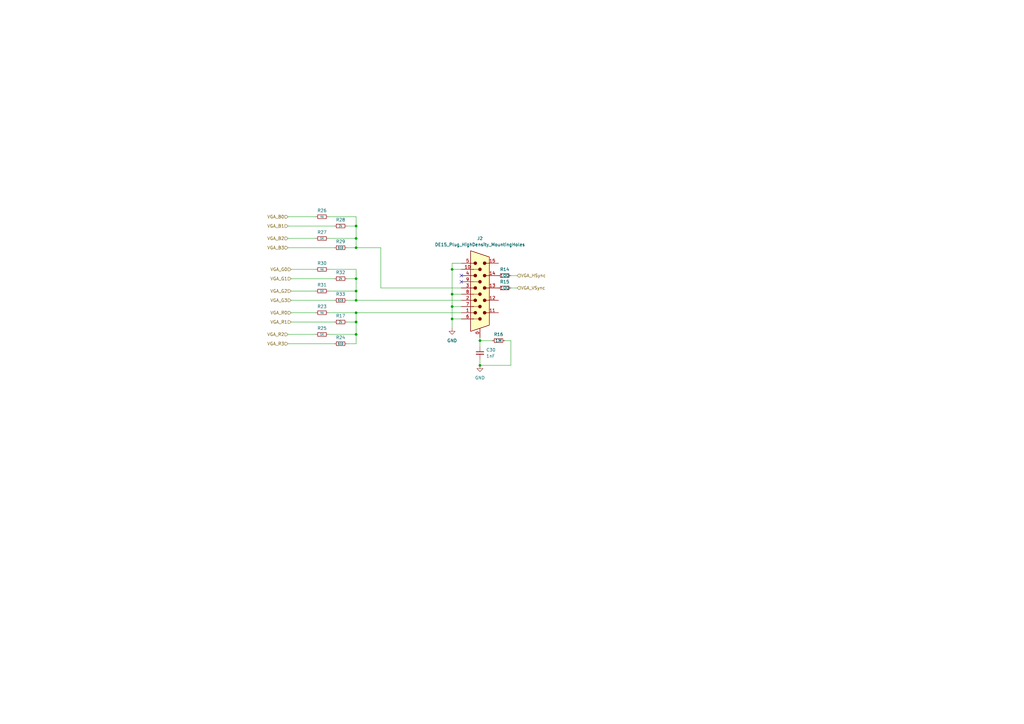
<source format=kicad_sch>
(kicad_sch (version 20230121) (generator eeschema)
  (paper "A3")
  (lib_symbols
    (symbol "Connector:DE15_Plug_HighDensity_MountingHoles" (pin_names (offset 1.016) hide)
      (property "Reference" "J" (at 0 21.59 0))
      (property "Value" "DE15_Plug_HighDensity_MountingHoles" (at 0 19.05 0))
      (symbol "DE15_Plug_HighDensity_MountingHoles_0_1"
        (circle (center -1.905 -7.62) (radius 0.635) (fill (type outline)))
        (circle (center -1.905 -2.54) (radius 0.635) (fill (type outline)))
        (circle (center -1.905 2.54) (radius 0.635) (fill (type outline)))
        (circle (center -1.905 7.62) (radius 0.635) (fill (type outline)))
        (circle (center -1.905 12.7) (radius 0.635) (fill (type outline)))
        (circle (center 0 -10.16) (radius 0.635) (fill (type outline)))
        (circle (center 0 -5.08) (radius 0.635) (fill (type outline)))
        (polyline (pts (xy -3.175 -5.08) (xy -0.635 -5.08)))
        (polyline (pts (xy -0.635 -10.16) (xy -3.175 -10.16)))
        (polyline (pts (xy -0.635 0) (xy -3.175 0)))
        (polyline (pts (xy -0.635 5.08) (xy -3.175 5.08)))
        (polyline (pts (xy -0.635 10.16) (xy -3.175 10.16)))
        (polyline (pts (xy -3.81 17.78) (xy -3.81 -15.24) (xy 3.81 -12.7) (xy 3.81 15.24) (xy -3.81 17.78)) (stroke (width 0.254)) (fill (type background)))
        (circle (center 0 0) (radius 0.635) (fill (type outline)))
        (circle (center 0 5.08) (radius 0.635) (fill (type outline)))
        (circle (center 0 10.16) (radius 0.635) (fill (type outline)))
        (circle (center 1.905 -7.62) (radius 0.635) (fill (type outline)))
        (circle (center 1.905 -2.54) (radius 0.635) (fill (type outline)))
        (circle (center 1.905 2.54) (radius 0.635) (fill (type outline)))
        (circle (center 1.905 7.62) (radius 0.635) (fill (type outline)))
        (circle (center 1.905 12.7) (radius 0.635) (fill (type outline)))
      )
      (symbol "DE15_Plug_HighDensity_MountingHoles_1_1"
        (pin passive line (at 0 -17.78 90) (length 3.81) (name "~") (number "0"))
        (pin passive line (at -7.62 -7.62 0) (length 5.08) (name "~") (number "1"))
        (pin passive line (at -7.62 10.16 0) (length 5.08) (name "~") (number "10"))
        (pin passive line (at 7.62 -7.62 180) (length 5.08) (name "~") (number "11"))
        (pin passive line (at 7.62 -2.54 180) (length 5.08) (name "~") (number "12"))
        (pin passive line (at 7.62 2.54 180) (length 5.08) (name "~") (number "13"))
        (pin passive line (at 7.62 7.62 180) (length 5.08) (name "~") (number "14"))
        (pin passive line (at 7.62 12.7 180) (length 5.08) (name "~") (number "15"))
        (pin passive line (at -7.62 -2.54 0) (length 5.08) (name "~") (number "2"))
        (pin passive line (at -7.62 2.54 0) (length 5.08) (name "~") (number "3"))
        (pin passive line (at -7.62 7.62 0) (length 5.08) (name "~") (number "4"))
        (pin passive line (at -7.62 12.7 0) (length 5.08) (name "~") (number "5"))
        (pin passive line (at -7.62 -10.16 0) (length 5.08) (name "~") (number "6"))
        (pin passive line (at -7.62 -5.08 0) (length 5.08) (name "~") (number "7"))
        (pin passive line (at -7.62 0 0) (length 5.08) (name "~") (number "8"))
        (pin passive line (at -7.62 5.08 0) (length 5.08) (name "~") (number "9"))
      )
    )
    (symbol "Device:C_Small" (pin_numbers hide) (pin_names (offset 0.254) hide)
      (property "Reference" "C" (at 0.254 1.778 0))
      (property "Value" "C_Small" (at 0.254 -2.032 0))
      (symbol "C_Small_0_1"
        (polyline (pts (xy -1.524 -0.508) (xy 1.524 -0.508)) (stroke (width 0.3302)))
        (polyline (pts (xy -1.524 0.508) (xy 1.524 0.508)) (stroke (width 0.3048)))
      )
      (symbol "C_Small_1_1"
        (pin passive line (at 0 2.54 270) (length 2.032) (name "~") (number "1"))
        (pin passive line (at 0 -2.54 90) (length 2.032) (name "~") (number "2"))
      )
    )
    (symbol "Device:R_Small" (pin_numbers hide) (pin_names (offset 0.254) hide)
      (property "Reference" "R" (at 0.762 0.508 0))
      (property "Value" "R_Small" (at 0.762 -1.016 0))
      (symbol "R_Small_0_1"
        (rectangle (start -0.762 1.778) (end 0.762 -1.778) (stroke (width 0.2032)))
      )
      (symbol "R_Small_1_1"
        (pin passive line (at 0 2.54 270) (length 0.762) (name "~") (number "1"))
        (pin passive line (at 0 -2.54 90) (length 0.762) (name "~") (number "2"))
      )
    )
    (symbol "power:GND" (power) (pin_names (offset 0))
      (property "Value" "GND" (at 0 -3.81 0))
      (symbol "GND_0_1"
        (polyline (pts (xy 0 0) (xy 0 -1.27) (xy 1.27 -1.27) (xy 0 -2.54) (xy -1.27 -1.27) (xy 0 -1.27)))
      )
      (symbol "GND_1_1"
        (pin power_in line (at 0 0 270) (length 0) hide (name "GND") (number "1"))
      )
    )
  )
  (junction (at 196.85 139.7))
  (junction (at 185.42 130.81))
  (junction (at 146.05 97.79))
  (junction (at 146.05 123.19))
  (junction (at 146.05 92.71))
  (junction (at 146.05 114.3))
  (junction (at 146.05 137.16))
  (junction (at 146.05 132.08))
  (junction (at 146.05 119.38))
  (junction (at 185.42 120.65))
  (junction (at 146.05 101.6))
  (junction (at 185.42 110.49))
  (junction (at 185.42 125.73))
  (junction (at 146.05 128.27))
  (junction (at 196.85 149.86))
  (no_connect (at 189.23 113.03))
  (no_connect (at 189.23 115.57))
  (wire (pts (xy 119.38 128.27) (xy 129.54 128.27)))
  (wire (pts (xy 146.05 97.79) (xy 146.05 101.6)))
  (wire (pts (xy 185.42 125.73) (xy 189.23 125.73)))
  (wire (pts (xy 146.05 137.16) (xy 146.05 140.97)))
  (wire (pts (xy 134.62 137.16) (xy 146.05 137.16)))
  (wire (pts (xy 196.85 138.43) (xy 196.85 139.7)))
  (wire (pts (xy 134.62 88.9) (xy 146.05 88.9)))
  (wire (pts (xy 209.55 118.11) (xy 212.09 118.11)))
  (wire (pts (xy 118.11 140.97) (xy 137.16 140.97)))
  (wire (pts (xy 156.21 118.11) (xy 156.21 101.6)))
  (wire (pts (xy 185.42 110.49) (xy 185.42 120.65)))
  (wire (pts (xy 142.24 92.71) (xy 146.05 92.71)))
  (wire (pts (xy 119.38 114.3) (xy 137.16 114.3)))
  (wire (pts (xy 146.05 128.27) (xy 146.05 132.08)))
  (wire (pts (xy 146.05 110.49) (xy 146.05 114.3)))
  (wire (pts (xy 207.01 139.7) (xy 209.55 139.7)))
  (wire (pts (xy 146.05 119.38) (xy 146.05 123.19)))
  (wire (pts (xy 134.62 110.49) (xy 146.05 110.49)))
  (wire (pts (xy 118.11 97.79) (xy 129.54 97.79)))
  (wire (pts (xy 146.05 88.9) (xy 146.05 92.71)))
  (wire (pts (xy 189.23 123.19) (xy 146.05 123.19)))
  (wire (pts (xy 134.62 97.79) (xy 146.05 97.79)))
  (wire (pts (xy 142.24 114.3) (xy 146.05 114.3)))
  (wire (pts (xy 185.42 110.49) (xy 189.23 110.49)))
  (wire (pts (xy 185.42 120.65) (xy 189.23 120.65)))
  (wire (pts (xy 119.38 110.49) (xy 129.54 110.49)))
  (wire (pts (xy 185.42 107.95) (xy 185.42 110.49)))
  (wire (pts (xy 146.05 128.27) (xy 189.23 128.27)))
  (wire (pts (xy 146.05 123.19) (xy 142.24 123.19)))
  (wire (pts (xy 146.05 132.08) (xy 146.05 137.16)))
  (wire (pts (xy 185.42 125.73) (xy 185.42 130.81)))
  (wire (pts (xy 134.62 119.38) (xy 146.05 119.38)))
  (wire (pts (xy 146.05 101.6) (xy 142.24 101.6)))
  (wire (pts (xy 118.11 101.6) (xy 137.16 101.6)))
  (wire (pts (xy 146.05 114.3) (xy 146.05 119.38)))
  (wire (pts (xy 119.38 123.19) (xy 137.16 123.19)))
  (wire (pts (xy 118.11 137.16) (xy 129.54 137.16)))
  (wire (pts (xy 189.23 118.11) (xy 156.21 118.11)))
  (wire (pts (xy 209.55 113.03) (xy 212.09 113.03)))
  (wire (pts (xy 118.11 88.9) (xy 129.54 88.9)))
  (wire (pts (xy 146.05 140.97) (xy 142.24 140.97)))
  (wire (pts (xy 119.38 132.08) (xy 137.16 132.08)))
  (wire (pts (xy 209.55 149.86) (xy 196.85 149.86)))
  (wire (pts (xy 119.38 119.38) (xy 129.54 119.38)))
  (wire (pts (xy 185.42 130.81) (xy 189.23 130.81)))
  (wire (pts (xy 189.23 107.95) (xy 185.42 107.95)))
  (wire (pts (xy 185.42 120.65) (xy 185.42 125.73)))
  (wire (pts (xy 196.85 139.7) (xy 201.93 139.7)))
  (wire (pts (xy 146.05 92.71) (xy 146.05 97.79)))
  (wire (pts (xy 118.11 92.71) (xy 137.16 92.71)))
  (wire (pts (xy 156.21 101.6) (xy 146.05 101.6)))
  (wire (pts (xy 142.24 132.08) (xy 146.05 132.08)))
  (wire (pts (xy 209.55 139.7) (xy 209.55 149.86)))
  (wire (pts (xy 185.42 130.81) (xy 185.42 134.62)))
  (wire (pts (xy 196.85 149.86) (xy 196.85 147.32)))
  (wire (pts (xy 196.85 139.7) (xy 196.85 142.24)))
  (wire (pts (xy 134.62 128.27) (xy 146.05 128.27)))
  (hierarchical_label "VGA_G3" (shape input) (at 119.38 123.19 180))
  (hierarchical_label "VGA_G2" (shape input) (at 119.38 119.38 180))
  (hierarchical_label "VGA_R3" (shape input) (at 118.11 140.97 180))
  (hierarchical_label "VGA_G1" (shape input) (at 119.38 114.3 180))
  (hierarchical_label "VGA_HSync" (shape input) (at 212.09 113.03 0))
  (hierarchical_label "VGA_B0" (shape input) (at 118.11 88.9 180))
  (hierarchical_label "VGA_R0" (shape input) (at 119.38 128.27 180))
  (hierarchical_label "VGA_B3" (shape input) (at 118.11 101.6 180))
  (hierarchical_label "VGA_G0" (shape input) (at 119.38 110.49 180))
  (hierarchical_label "VGA_R2" (shape input) (at 118.11 137.16 180))
  (hierarchical_label "VGA_B1" (shape input) (at 118.11 92.71 180))
  (hierarchical_label "VGA_B2" (shape input) (at 118.11 97.79 180))
  (hierarchical_label "VGA_R1" (shape input) (at 119.38 132.08 180))
  (hierarchical_label "VGA_VSync" (shape input) (at 212.09 118.11 0))
  (symbol (lib_id "Device:R_Small") (at 139.7 101.6 90) (unit 1)
    (property "Reference" "R29" (at 139.7 99.06 90))
    (property "Value" "510" (at 139.7 101.6 90) (effects (font (size 0.8 0.8))))
  )
  (symbol (lib_id "power:GND") (at 185.42 134.62 0) (unit 1)
    (property "Reference" "#PWR032" (effects hide))
    (property "Value" "GND" (at 185.42 139.7 0))
  )
  (symbol (lib_id "Device:R_Small") (at 139.7 123.19 90) (unit 1)
    (property "Reference" "R33" (at 139.7 120.65 90))
    (property "Value" "510" (at 139.7 123.19 90) (effects (font (size 0.8 0.8))))
  )
  (symbol (lib_id "Device:R_Small") (at 132.08 88.9 90) (unit 1)
    (property "Reference" "R26" (at 132.08 86.36 90))
    (property "Value" "4k" (at 132.08 88.9 90) (effects (font (size 0.8 0.8))))
  )
  (symbol (lib_id "Device:R_Small") (at 139.7 92.71 90) (unit 1)
    (property "Reference" "R28" (at 139.7 90.17 90))
    (property "Value" "2k" (at 139.7 92.71 90) (effects (font (size 0.8 0.8))))
  )
  (symbol (lib_id "Device:R_Small") (at 139.7 114.3 90) (unit 1)
    (property "Reference" "R32" (at 139.7 111.76 90))
    (property "Value" "2k" (at 139.7 114.3 90) (effects (font (size 0.8 0.8))))
  )
  (symbol (lib_id "Device:R_Small") (at 132.08 119.38 90) (unit 1)
    (property "Reference" "R31" (at 132.08 116.84 90))
    (property "Value" "1K" (at 132.08 119.38 90) (effects (font (size 0.8 0.8))))
  )
  (symbol (lib_id "Device:R_Small") (at 207.01 118.11 90) (unit 1)
    (property "Reference" "R15" (at 207.01 115.57 90))
    (property "Value" "100" (at 207.01 118.11 90))
  )
  (symbol (lib_id "Device:R_Small") (at 139.7 132.08 90) (unit 1)
    (property "Reference" "R17" (at 139.7 129.54 90))
    (property "Value" "2k" (at 139.7 132.08 90) (effects (font (size 0.8 0.8))))
  )
  (symbol (lib_id "Device:R_Small") (at 132.08 97.79 90) (unit 1)
    (property "Reference" "R27" (at 132.08 95.25 90))
    (property "Value" "1K" (at 132.08 97.79 90) (effects (font (size 0.8 0.8))))
  )
  (symbol (lib_id "Device:R_Small") (at 204.47 139.7 90) (unit 1)
    (property "Reference" "R16" (at 204.47 137.16 90))
    (property "Value" "1M" (at 204.47 139.7 90))
  )
  (symbol (lib_id "power:GND") (at 196.85 149.86 0) (unit 1)
    (property "Reference" "#PWR040" (effects hide))
    (property "Value" "GND" (at 196.85 154.94 0))
  )
  (symbol (lib_id "Connector:DE15_Plug_HighDensity_MountingHoles") (at 196.85 120.65 0) (unit 1)
    (property "Reference" "J2" (at 196.85 97.79 0))
    (property "Value" "DE15_Plug_HighDensity_MountingHoles" (at 196.85 100.33 0))
    (property "Footprint" "Connector_Dsub:DSUB-15-HD_Female_Horizontal_P2.29x1.98mm_EdgePinOffset3.03mm_Housed_MountingHolesOffset4.94mm" (effects hide))
    (property "Datasheet" " ~" (effects hide))
  )
  (symbol (lib_id "Device:R_Small") (at 132.08 128.27 90) (unit 1)
    (property "Reference" "R23" (at 132.08 125.73 90))
    (property "Value" "4k" (at 132.08 128.27 90) (effects (font (size 0.8 0.8))))
  )
  (symbol (lib_id "Device:R_Small") (at 132.08 110.49 90) (unit 1)
    (property "Reference" "R30" (at 132.08 107.95 90))
    (property "Value" "4k" (at 132.08 110.49 90) (effects (font (size 0.8 0.8))))
  )
  (symbol (lib_id "Device:R_Small") (at 207.01 113.03 90) (unit 1)
    (property "Reference" "R14" (at 207.01 110.49 90))
    (property "Value" "100" (at 207.01 113.03 90))
  )
  (symbol (lib_id "Device:R_Small") (at 139.7 140.97 90) (unit 1)
    (property "Reference" "R24" (at 139.7 138.43 90))
    (property "Value" "510" (at 139.7 140.97 90) (effects (font (size 0.8 0.8))))
  )
  (symbol (lib_id "Device:C_Small") (at 196.85 144.78 0) (unit 1)
    (property "Reference" "C30" (at 199.39 143.5163 0) (effects (justify left)))
    (property "Value" "1nF" (at 199.39 146.0563 0) (effects (justify left)))
  )
  (symbol (lib_id "Device:R_Small") (at 132.08 137.16 90) (unit 1)
    (property "Reference" "R25" (at 132.08 134.62 90))
    (property "Value" "1K" (at 132.08 137.16 90) (effects (font (size 0.8 0.8))))
  )
)
</source>
